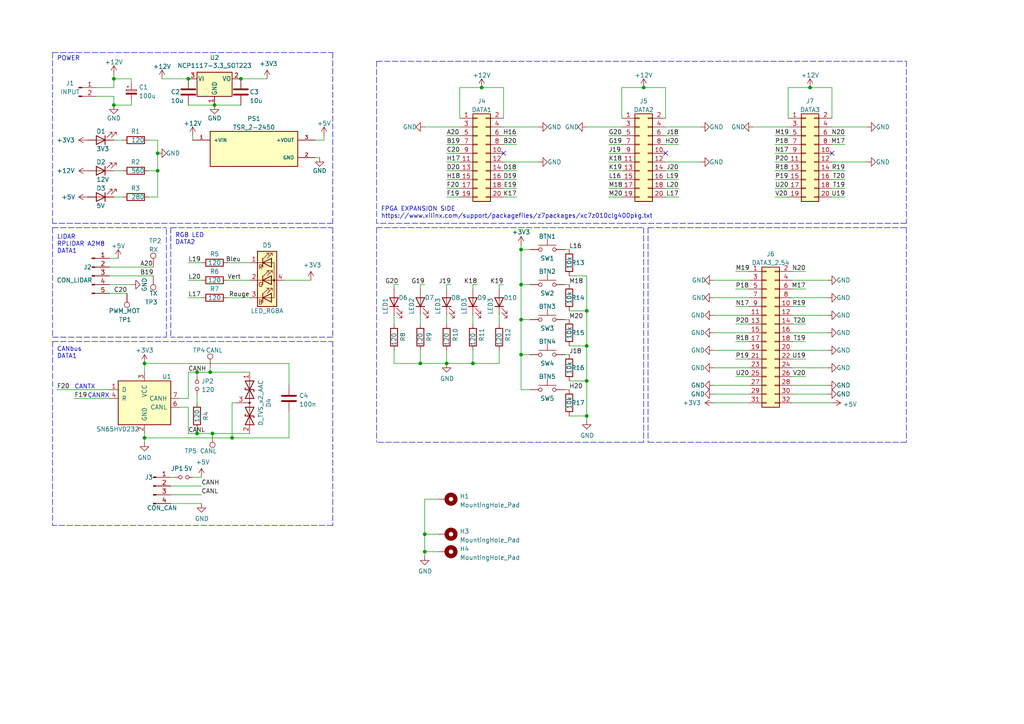
<source format=kicad_sch>
(kicad_sch (version 20211123) (generator eeschema)
  (paper "A4")
  (title_block (title "EBAZ4205 Expansion PCB") (date "2022-06-29") (rev "V1.0"))
  (lib_symbols
    (symbol "AREA_composant:TSR_2-2450" (pin_names (offset 1.016))
      (property "Reference" "PS" (at -12.7 5.588 0))
      (property "Value" "TSR_2-2450" (at -12.7 -7.62 0))
      (symbol "TSR_2-2450_0_0"
        (pin input line (at -17.78 2.54 0) (length 5.08) (name "+VIN") (number "1"))
        (pin power_in line (at 17.78 -2.54 180) (length 5.08) (name "GND") (number "2"))
        (pin output line (at 17.78 2.54 180) (length 5.08) (name "+VOUT") (number "3"))
      )
    )
    (symbol "Connector:Conn_01x02_Male" (pin_names (offset 1.016) hide)
      (property "Reference" "J" (at 0 2.54 0))
      (property "Value" "Conn_01x02_Male" (at 0 -5.08 0))
      (symbol "Conn_01x02_Male_1_1"
        (pin passive line (at 5.08 0 180) (length 3.81) (name "Pin_1") (number "1"))
        (pin passive line (at 5.08 -2.54 180) (length 3.81) (name "Pin_2") (number "2"))
      )
    )
    (symbol "Connector:Conn_01x04_Male" (pin_names (offset 1.016) hide)
      (property "Reference" "J" (at 0 5.08 0))
      (property "Value" "Conn_01x04_Male" (at 0 -7.62 0))
      (symbol "Conn_01x04_Male_1_1"
        (pin passive line (at 5.08 2.54 180) (length 3.81) (name "Pin_1") (number "1"))
        (pin passive line (at 5.08 0 180) (length 3.81) (name "Pin_2") (number "2"))
        (pin passive line (at 5.08 -2.54 180) (length 3.81) (name "Pin_3") (number "3"))
        (pin passive line (at 5.08 -5.08 180) (length 3.81) (name "Pin_4") (number "4"))
      )
    )
    (symbol "Connector:Conn_01x05_Male" (pin_names (offset 1.016) hide)
      (property "Reference" "J" (at 0 7.62 0))
      (property "Value" "Conn_01x05_Male" (at 0 -7.62 0))
      (symbol "Conn_01x05_Male_1_1"
        (pin passive line (at 5.08 5.08 180) (length 3.81) (name "Pin_1") (number "1"))
        (pin passive line (at 5.08 2.54 180) (length 3.81) (name "Pin_2") (number "2"))
        (pin passive line (at 5.08 0 180) (length 3.81) (name "Pin_3") (number "3"))
        (pin passive line (at 5.08 -2.54 180) (length 3.81) (name "Pin_4") (number "4"))
        (pin passive line (at 5.08 -5.08 180) (length 3.81) (name "Pin_5") (number "5"))
      )
    )
    (symbol "Connector:TestPoint" (pin_numbers hide) (pin_names (offset 0.762) hide)
      (property "Reference" "TP" (at 0 6.858 0))
      (property "Value" "TestPoint" (at 0 5.08 0))
      (symbol "TestPoint_1_1"
        (pin passive line (at 0 0 90) (length 2.54) (name "1") (number "1"))
      )
    )
    (symbol "Connector_Generic:Conn_02x10_Odd_Even" (pin_names (offset 1.016) hide)
      (property "Reference" "J" (at 1.27 12.7 0))
      (property "Value" "Conn_02x10_Odd_Even" (at 1.27 -15.24 0))
      (symbol "Conn_02x10_Odd_Even_1_1"
        (pin passive line (at -5.08 10.16 0) (length 3.81) (name "Pin_1") (number "1"))
        (pin passive line (at 7.62 0 180) (length 3.81) (name "Pin_10") (number "10"))
        (pin passive line (at -5.08 -2.54 0) (length 3.81) (name "Pin_11") (number "11"))
        (pin passive line (at 7.62 -2.54 180) (length 3.81) (name "Pin_12") (number "12"))
        (pin passive line (at -5.08 -5.08 0) (length 3.81) (name "Pin_13") (number "13"))
        (pin passive line (at 7.62 -5.08 180) (length 3.81) (name "Pin_14") (number "14"))
        (pin passive line (at -5.08 -7.62 0) (length 3.81) (name "Pin_15") (number "15"))
        (pin passive line (at 7.62 -7.62 180) (length 3.81) (name "Pin_16") (number "16"))
        (pin passive line (at -5.08 -10.16 0) (length 3.81) (name "Pin_17") (number "17"))
        (pin passive line (at 7.62 -10.16 180) (length 3.81) (name "Pin_18") (number "18"))
        (pin passive line (at -5.08 -12.7 0) (length 3.81) (name "Pin_19") (number "19"))
        (pin passive line (at 7.62 10.16 180) (length 3.81) (name "Pin_2") (number "2"))
        (pin passive line (at 7.62 -12.7 180) (length 3.81) (name "Pin_20") (number "20"))
        (pin passive line (at -5.08 7.62 0) (length 3.81) (name "Pin_3") (number "3"))
        (pin passive line (at 7.62 7.62 180) (length 3.81) (name "Pin_4") (number "4"))
        (pin passive line (at -5.08 5.08 0) (length 3.81) (name "Pin_5") (number "5"))
        (pin passive line (at 7.62 5.08 180) (length 3.81) (name "Pin_6") (number "6"))
        (pin passive line (at -5.08 2.54 0) (length 3.81) (name "Pin_7") (number "7"))
        (pin passive line (at 7.62 2.54 180) (length 3.81) (name "Pin_8") (number "8"))
        (pin passive line (at -5.08 0 0) (length 3.81) (name "Pin_9") (number "9"))
      )
    )
    (symbol "Connector_Generic:Conn_02x16_Odd_Even" (pin_names (offset 1.016) hide)
      (property "Reference" "J" (at 1.27 20.32 0))
      (property "Value" "Conn_02x16_Odd_Even" (at 1.27 -22.86 0))
      (symbol "Conn_02x16_Odd_Even_1_1"
        (pin passive line (at -5.08 17.78 0) (length 3.81) (name "Pin_1") (number "1"))
        (pin passive line (at 7.62 7.62 180) (length 3.81) (name "Pin_10") (number "10"))
        (pin passive line (at -5.08 5.08 0) (length 3.81) (name "Pin_11") (number "11"))
        (pin passive line (at 7.62 5.08 180) (length 3.81) (name "Pin_12") (number "12"))
        (pin passive line (at -5.08 2.54 0) (length 3.81) (name "Pin_13") (number "13"))
        (pin passive line (at 7.62 2.54 180) (length 3.81) (name "Pin_14") (number "14"))
        (pin passive line (at -5.08 0 0) (length 3.81) (name "Pin_15") (number "15"))
        (pin passive line (at 7.62 0 180) (length 3.81) (name "Pin_16") (number "16"))
        (pin passive line (at -5.08 -2.54 0) (length 3.81) (name "Pin_17") (number "17"))
        (pin passive line (at 7.62 -2.54 180) (length 3.81) (name "Pin_18") (number "18"))
        (pin passive line (at -5.08 -5.08 0) (length 3.81) (name "Pin_19") (number "19"))
        (pin passive line (at 7.62 17.78 180) (length 3.81) (name "Pin_2") (number "2"))
        (pin passive line (at 7.62 -5.08 180) (length 3.81) (name "Pin_20") (number "20"))
        (pin passive line (at -5.08 -7.62 0) (length 3.81) (name "Pin_21") (number "21"))
        (pin passive line (at 7.62 -7.62 180) (length 3.81) (name "Pin_22") (number "22"))
        (pin passive line (at -5.08 -10.16 0) (length 3.81) (name "Pin_23") (number "23"))
        (pin passive line (at 7.62 -10.16 180) (length 3.81) (name "Pin_24") (number "24"))
        (pin passive line (at -5.08 -12.7 0) (length 3.81) (name "Pin_25") (number "25"))
        (pin passive line (at 7.62 -12.7 180) (length 3.81) (name "Pin_26") (number "26"))
        (pin passive line (at -5.08 -15.24 0) (length 3.81) (name "Pin_27") (number "27"))
        (pin passive line (at 7.62 -15.24 180) (length 3.81) (name "Pin_28") (number "28"))
        (pin passive line (at -5.08 -17.78 0) (length 3.81) (name "Pin_29") (number "29"))
        (pin passive line (at -5.08 15.24 0) (length 3.81) (name "Pin_3") (number "3"))
        (pin passive line (at 7.62 -17.78 180) (length 3.81) (name "Pin_30") (number "30"))
        (pin passive line (at -5.08 -20.32 0) (length 3.81) (name "Pin_31") (number "31"))
        (pin passive line (at 7.62 -20.32 180) (length 3.81) (name "Pin_32") (number "32"))
        (pin passive line (at 7.62 15.24 180) (length 3.81) (name "Pin_4") (number "4"))
        (pin passive line (at -5.08 12.7 0) (length 3.81) (name "Pin_5") (number "5"))
        (pin passive line (at 7.62 12.7 180) (length 3.81) (name "Pin_6") (number "6"))
        (pin passive line (at -5.08 10.16 0) (length 3.81) (name "Pin_7") (number "7"))
        (pin passive line (at 7.62 10.16 180) (length 3.81) (name "Pin_8") (number "8"))
        (pin passive line (at -5.08 7.62 0) (length 3.81) (name "Pin_9") (number "9"))
      )
    )
    (symbol "Device:C" (pin_numbers hide) (pin_names (offset 0.254))
      (property "Reference" "C" (at 0.635 2.54 0))
      (property "Value" "C" (at 0.635 -2.54 0))
      (symbol "C_1_1"
        (pin passive line (at 0 3.81 270) (length 2.794) (name "~") (number "1"))
        (pin passive line (at 0 -3.81 90) (length 2.794) (name "~") (number "2"))
      )
    )
    (symbol "Device:C_Polarized_Small" (pin_numbers hide) (pin_names (offset 0.254) hide)
      (property "Reference" "C" (at 0.254 1.778 0))
      (property "Value" "C_Polarized_Small" (at 0.254 -2.032 0))
      (symbol "C_Polarized_Small_1_1"
        (pin passive line (at 0 2.54 270) (length 1.8542) (name "~") (number "1"))
        (pin passive line (at 0 -2.54 90) (length 1.8542) (name "~") (number "2"))
      )
    )
    (symbol "Device:D_TVS_x2_AAC" (pin_names (offset 1.016) hide)
      (property "Reference" "D" (at 0 4.445 0))
      (property "Value" "Device_D_TVS_x2_AAC" (at 0 2.54 0))
      (symbol "D_TVS_x2_AAC_1_1"
        (pin passive line (at -8.89 0 0) (length 2.54) (name "A1") (number "1"))
        (pin passive line (at 8.89 0 180) (length 2.54) (name "A2") (number "2"))
        (pin input line (at 0 -3.81 90) (length 2.54) (name "common") (number "3"))
      )
    )
    (symbol "Device:Jumper_NO_Small" (pin_numbers hide) (pin_names (offset 0.762) hide)
      (property "Reference" "JP" (at 0 2.032 0))
      (property "Value" "Device_Jumper_NO_Small" (at 0.254 -1.524 0))
      (symbol "Jumper_NO_Small_0_1"
        (pin passive line (at -2.54 0 0) (length 1.016) (name "1") (number "1"))
        (pin passive line (at 2.54 0 180) (length 1.016) (name "2") (number "2"))
      )
    )
    (symbol "Device:LED" (pin_numbers hide) (pin_names (offset 1.016) hide)
      (property "Reference" "D" (at 0 2.54 0))
      (property "Value" "LED" (at 0 -2.54 0))
      (symbol "LED_1_1"
        (pin passive line (at -3.81 0 0) (length 2.54) (name "K") (number "1"))
        (pin passive line (at 3.81 0 180) (length 2.54) (name "A") (number "2"))
      )
    )
    (symbol "Device:LED_RGBA" (pin_names (offset 0) hide)
      (property "Reference" "D" (at 0 9.398 0))
      (property "Value" "LED_RGBA" (at 0 -8.89 0))
      (symbol "LED_RGBA_0_0"
        (text "B" (at -1.905 -6.35 0) (effects (font (size 1.27 1.27))))
        (text "G" (at -1.905 -1.27 0) (effects (font (size 1.27 1.27))))
        (text "R" (at -1.905 3.81 0) (effects (font (size 1.27 1.27))))
      )
      (symbol "LED_RGBA_1_1"
        (pin passive line (at -5.08 5.08 0) (length 2.54) (name "RK") (number "1"))
        (pin passive line (at -5.08 0 0) (length 2.54) (name "GK") (number "2"))
        (pin passive line (at -5.08 -5.08 0) (length 2.54) (name "BK") (number "3"))
        (pin passive line (at 5.08 0 180) (length 2.54) (name "A") (number "4"))
      )
    )
    (symbol "Device:R" (pin_numbers hide) (pin_names (offset 0))
      (property "Reference" "R" (at 2.032 0 90))
      (property "Value" "R" (at 0 0 90))
      (symbol "R_1_1"
        (pin passive line (at 0 3.81 270) (length 1.27) (name "~") (number "1"))
        (pin passive line (at 0 -3.81 90) (length 1.27) (name "~") (number "2"))
      )
    )
    (symbol "Interface_CAN_LIN:SN65HVD232" (pin_names (offset 1.016))
      (property "Reference" "U" (at -2.54 10.16 0))
      (property "Value" "SN65HVD232" (at -2.54 7.62 0))
      (symbol "SN65HVD232_1_1"
        (pin input line (at -10.16 2.54 0) (length 2.54) (name "D") (number "1"))
        (pin power_in line (at 0 -10.16 90) (length 2.54) (name "GND") (number "2"))
        (pin power_in line (at 0 7.62 270) (length 2.54) (name "VCC") (number "3"))
        (pin output line (at -10.16 0 0) (length 2.54) (name "R") (number "4"))
        (pin no_connect line (at -10.16 -2.54 0) (length 2.54) hide (name "NC") (number "5"))
        (pin bidirectional line (at 10.16 -2.54 180) (length 2.54) (name "CANL") (number "6"))
        (pin bidirectional line (at 10.16 0 180) (length 2.54) (name "CANH") (number "7"))
        (pin no_connect line (at -10.16 -5.08 0) (length 2.54) hide (name "NC") (number "8"))
      )
    )
    (symbol "Mechanical:MountingHole_Pad" (pin_numbers hide) (pin_names (offset 1.016) hide)
      (property "Reference" "H" (at 0 6.35 0))
      (property "Value" "MountingHole_Pad" (at 0 4.445 0))
      (symbol "MountingHole_Pad_1_1"
        (pin input line (at 0 -2.54 90) (length 2.54) (name "1") (number "1"))
      )
    )
    (symbol "Regulator_Linear:NCP1117-3.3_SOT223" (pin_names (offset 0.254))
      (property "Reference" "U" (at -3.81 3.175 0))
      (property "Value" "NCP1117-3.3_SOT223" (at 0 3.175 0))
      (symbol "NCP1117-3.3_SOT223_1_1"
        (pin power_in line (at 0 -7.62 90) (length 2.54) (name "GND") (number "1"))
        (pin power_out line (at 7.62 0 180) (length 2.54) (name "VO") (number "2"))
        (pin power_in line (at -7.62 0 0) (length 2.54) (name "VI") (number "3"))
      )
    )
    (symbol "Switch:SW_Push" (pin_numbers hide) (pin_names (offset 1.016) hide)
      (property "Reference" "SW" (at 1.27 2.54 0))
      (property "Value" "SW_Push" (at 0 -1.524 0))
      (symbol "SW_Push_0_1"
        (pin passive line (at -5.08 0 0) (length 2.54) (name "1") (number "1"))
        (pin passive line (at 5.08 0 180) (length 2.54) (name "2") (number "2"))
      )
    )
    (symbol "power:+12V" (power) (pin_names (offset 0))
      (property "Value" "+12V" (at 0 3.556 0))
      (symbol "+12V_1_1"
        (pin power_in line (at 0 0 90) (length 0) hide (name "+12V") (number "1"))
      )
    )
    (symbol "power:+3.3V" (power) (pin_names (offset 0))
      (property "Value" "+3.3V" (at 0 3.556 0))
      (symbol "+3.3V_1_1"
        (pin power_in line (at 0 0 90) (length 0) hide (name "+3V3") (number "1"))
      )
    )
    (symbol "power:+5V" (power) (pin_names (offset 0))
      (property "Value" "+5V" (at 0 3.556 0))
      (symbol "+5V_1_1"
        (pin power_in line (at 0 0 90) (length 0) hide (name "+5V") (number "1"))
      )
    )
    (symbol "power:GND" (power) (pin_names (offset 0))
      (property "Value" "GND" (at 0 -3.81 0))
      (symbol "GND_1_1"
        (pin power_in line (at 0 0 270) (length 0) hide (name "GND") (number "1"))
      )
    )
  )
  (junction (at 45.72 49.53))
  (junction (at 123.19 160.02))
  (junction (at 60.96 107.95))
  (junction (at 41.91 105.41))
  (junction (at 33.02 30.48))
  (junction (at 151.13 72.39))
  (junction (at 234.95 25.4))
  (junction (at 69.85 22.86))
  (junction (at 54.61 22.86))
  (junction (at 123.19 154.94))
  (junction (at 186.69 25.4))
  (junction (at 61.6273 125.73))
  (junction (at 170.18 90.17))
  (junction (at 67.31 127))
  (junction (at 62.23 30.48))
  (junction (at 33.02 22.86))
  (junction (at 151.13 82.55))
  (junction (at 129.54 105.41))
  (junction (at 170.18 110.49))
  (junction (at 151.13 102.87))
  (junction (at 170.18 100.33))
  (junction (at 139.7 25.4))
  (junction (at 121.92 105.41))
  (junction (at 41.91 127))
  (junction (at 57.15 125.73))
  (junction (at 151.13 92.71))
  (junction (at 57.15 107.95))
  (junction (at 45.72 44.45))
  (junction (at 137.16 105.41))
  (junction (at 170.18 120.65))
  (no_connect (at 146.05 44.45))
  (no_connect (at 193.04 44.45))
  (no_connect (at 241.3 44.45))
  (wire (pts (xy 224.79 44.45) (xy 228.6 44.45)))
  (wire (pts (xy 49.53 138.43) (xy 50.8 138.43)))
  (wire (pts (xy 146.05 49.53) (xy 149.86 49.53)))
  (wire (pts (xy 163.83 82.55) (xy 165.1 82.55)))
  (wire (pts (xy 213.36 88.9) (xy 217.17 88.9)))
  (wire (pts (xy 43.18 57.15) (xy 45.72 57.15)))
  (wire (pts (xy 121.92 83.82) (xy 121.92 82.55)))
  (wire (pts (xy 165.1 120.65) (xy 170.18 120.65)))
  (wire (pts (xy 217.17 96.52) (xy 207.01 96.52)))
  (wire (pts (xy 170.18 80.01) (xy 165.1 80.01)))
  (wire (pts (xy 207.01 81.28) (xy 217.17 81.28)))
  (polyline (pts (xy 109.22 66.04) (xy 186.69 66.04)))
  (wire (pts (xy 193.04 57.15) (xy 196.85 57.15)))
  (wire (pts (xy 49.53 143.51) (xy 58.42 143.51)))
  (wire (pts (xy 213.36 99.06) (xy 217.17 99.06)))
  (wire (pts (xy 165.1 100.33) (xy 170.18 100.33)))
  (wire (pts (xy 151.13 92.71) (xy 151.13 102.87)))
  (wire (pts (xy 129.54 105.41) (xy 129.54 101.6)))
  (polyline (pts (xy 96.52 97.79) (xy 49.53 97.79)))
  (wire (pts (xy 233.68 109.22) (xy 229.87 109.22)))
  (polyline (pts (xy 49.53 66.04) (xy 49.53 97.79)))
  (wire (pts (xy 176.53 39.37) (xy 180.34 39.37)))
  (wire (pts (xy 114.3 82.55) (xy 115.57 82.55)))
  (wire (pts (xy 229.87 104.14) (xy 233.68 104.14)))
  (wire (pts (xy 144.78 91.44) (xy 144.78 93.98)))
  (polyline (pts (xy 187.96 66.04) (xy 187.96 128.27)))
  (wire (pts (xy 61.6273 125.73) (xy 72.39 125.73)))
  (wire (pts (xy 151.13 92.71) (xy 153.67 92.71)))
  (wire (pts (xy 55.88 138.43) (xy 58.42 138.43)))
  (wire (pts (xy 38.1 22.86) (xy 38.1 24.13)))
  (wire (pts (xy 129.54 52.07) (xy 133.35 52.07)))
  (polyline (pts (xy 15.24 15.24) (xy 96.52 15.24)))
  (wire (pts (xy 213.36 78.74) (xy 217.17 78.74)))
  (wire (pts (xy 123.19 144.78) (xy 123.19 154.94)))
  (wire (pts (xy 229.87 96.52) (xy 240.03 96.52)))
  (wire (pts (xy 170.18 120.65) (xy 170.18 110.49)))
  (wire (pts (xy 33.02 40.64) (xy 35.56 40.64)))
  (wire (pts (xy 127 144.78) (xy 123.19 144.78)))
  (wire (pts (xy 93.98 39.37) (xy 93.98 40.64)))
  (wire (pts (xy 67.31 116.84) (xy 67.31 127)))
  (wire (pts (xy 54.61 118.11) (xy 54.61 125.73)))
  (wire (pts (xy 57.15 124.46) (xy 57.15 125.73)))
  (wire (pts (xy 146.05 54.61) (xy 149.86 54.61)))
  (wire (pts (xy 123.19 36.83) (xy 133.35 36.83)))
  (wire (pts (xy 45.72 40.64) (xy 43.18 40.64)))
  (polyline (pts (xy 186.69 128.27) (xy 109.22 128.27)))
  (wire (pts (xy 33.02 22.86) (xy 38.1 22.86)))
  (wire (pts (xy 43.18 49.53) (xy 45.72 49.53)))
  (wire (pts (xy 207.01 86.36) (xy 217.17 86.36)))
  (polyline (pts (xy 48.26 97.79) (xy 48.26 66.04)))
  (wire (pts (xy 176.53 57.15) (xy 180.34 57.15)))
  (wire (pts (xy 241.3 41.91) (xy 245.11 41.91)))
  (wire (pts (xy 224.79 57.15) (xy 228.6 57.15)))
  (wire (pts (xy 213.36 83.82) (xy 217.17 83.82)))
  (polyline (pts (xy 15.24 15.24) (xy 15.24 64.77)))
  (wire (pts (xy 213.36 104.14) (xy 217.17 104.14)))
  (wire (pts (xy 146.05 46.99) (xy 156.21 46.99)))
  (wire (pts (xy 229.87 91.44) (xy 240.03 91.44)))
  (wire (pts (xy 45.72 57.15) (xy 45.72 49.53)))
  (wire (pts (xy 151.13 113.03) (xy 153.67 113.03)))
  (wire (pts (xy 137.16 105.41) (xy 137.16 101.6)))
  (wire (pts (xy 57.15 114.3) (xy 57.15 116.84)))
  (wire (pts (xy 66.04 76.2) (xy 72.39 76.2)))
  (wire (pts (xy 144.78 83.82) (xy 144.78 82.55)))
  (wire (pts (xy 163.83 72.39) (xy 165.1 72.39)))
  (wire (pts (xy 229.87 99.06) (xy 233.68 99.06)))
  (wire (pts (xy 163.83 92.71) (xy 165.1 92.71)))
  (wire (pts (xy 229.87 116.84) (xy 241.3 116.84)))
  (polyline (pts (xy 109.22 66.04) (xy 109.22 128.27)))
  (wire (pts (xy 170.18 121.92) (xy 170.18 120.65)))
  (polyline (pts (xy 96.52 99.06) (xy 96.52 152.4)))
  (polyline (pts (xy 15.24 99.06) (xy 15.24 152.4)))
  (wire (pts (xy 83.82 111.76) (xy 83.82 105.41)))
  (wire (pts (xy 146.05 52.07) (xy 149.86 52.07)))
  (wire (pts (xy 241.3 36.83) (xy 251.46 36.83)))
  (wire (pts (xy 83.82 119.38) (xy 83.82 127)))
  (wire (pts (xy 69.85 22.86) (xy 77.47 22.86)))
  (wire (pts (xy 129.54 105.41) (xy 121.92 105.41)))
  (wire (pts (xy 228.6 34.29) (xy 228.6 25.4)))
  (wire (pts (xy 67.31 127) (xy 41.91 127)))
  (wire (pts (xy 207.01 116.84) (xy 217.17 116.84)))
  (wire (pts (xy 224.79 39.37) (xy 228.6 39.37)))
  (wire (pts (xy 114.3 105.41) (xy 121.92 105.41)))
  (wire (pts (xy 41.91 105.41) (xy 41.91 107.95)))
  (wire (pts (xy 91.44 40.64) (xy 93.98 40.64)))
  (wire (pts (xy 16.51 113.03) (xy 31.75 113.03)))
  (wire (pts (xy 38.1 30.48) (xy 38.1 29.21)))
  (polyline (pts (xy 262.89 64.77) (xy 109.22 64.77)))
  (wire (pts (xy 229.87 83.82) (xy 233.68 83.82)))
  (wire (pts (xy 193.04 52.07) (xy 196.85 52.07)))
  (wire (pts (xy 49.53 146.05) (xy 58.42 146.05)))
  (wire (pts (xy 57.15 107.95) (xy 57.15 109.22)))
  (wire (pts (xy 151.13 71.12) (xy 151.13 72.39)))
  (wire (pts (xy 229.87 78.74) (xy 233.68 78.74)))
  (wire (pts (xy 224.79 46.99) (xy 228.6 46.99)))
  (wire (pts (xy 241.3 52.07) (xy 245.11 52.07)))
  (wire (pts (xy 27.94 27.94) (xy 33.02 27.94)))
  (wire (pts (xy 133.35 34.29) (xy 133.35 25.4)))
  (wire (pts (xy 229.87 101.6) (xy 240.03 101.6)))
  (wire (pts (xy 217.17 106.68) (xy 207.01 106.68)))
  (wire (pts (xy 31.75 74.93) (xy 34.29 74.93)))
  (polyline (pts (xy 96.52 152.4) (xy 15.24 152.4)))
  (wire (pts (xy 137.16 91.44) (xy 137.16 93.98)))
  (wire (pts (xy 213.36 93.98) (xy 217.17 93.98)))
  (wire (pts (xy 54.61 30.48) (xy 62.23 30.48)))
  (polyline (pts (xy 96.52 64.77) (xy 15.24 64.77)))
  (wire (pts (xy 41.91 127) (xy 41.91 128.27)))
  (wire (pts (xy 33.02 30.48) (xy 38.1 30.48)))
  (wire (pts (xy 218.44 36.83) (xy 228.6 36.83)))
  (wire (pts (xy 67.31 127) (xy 83.82 127)))
  (wire (pts (xy 146.05 34.29) (xy 146.05 25.4)))
  (wire (pts (xy 241.3 46.99) (xy 251.46 46.99)))
  (wire (pts (xy 224.79 41.91) (xy 228.6 41.91)))
  (wire (pts (xy 62.23 30.48) (xy 69.85 30.48)))
  (wire (pts (xy 241.3 34.29) (xy 241.3 25.4)))
  (wire (pts (xy 176.53 52.07) (xy 180.34 52.07)))
  (wire (pts (xy 27.94 25.4) (xy 33.02 25.4)))
  (wire (pts (xy 54.61 115.57) (xy 54.61 107.95)))
  (wire (pts (xy 165.1 90.17) (xy 170.18 90.17)))
  (polyline (pts (xy 15.24 66.04) (xy 15.24 97.79)))
  (wire (pts (xy 54.61 81.28) (xy 58.42 81.28)))
  (wire (pts (xy 33.02 22.86) (xy 33.02 21.59)))
  (wire (pts (xy 31.75 82.55) (xy 38.1 82.55)))
  (polyline (pts (xy 96.52 66.04) (xy 96.52 97.79)))
  (wire (pts (xy 49.53 140.97) (xy 58.42 140.97)))
  (wire (pts (xy 176.53 44.45) (xy 180.34 44.45)))
  (polyline (pts (xy 109.22 17.78) (xy 109.22 64.77)))
  (wire (pts (xy 91.44 45.72) (xy 92.71 45.72)))
  (wire (pts (xy 67.31 116.84) (xy 68.58 116.84)))
  (polyline (pts (xy 187.96 66.04) (xy 262.89 66.04)))
  (wire (pts (xy 121.92 91.44) (xy 121.92 93.98)))
  (polyline (pts (xy 262.89 66.04) (xy 262.89 128.27)))
  (wire (pts (xy 54.61 125.73) (xy 57.15 125.73)))
  (wire (pts (xy 129.54 39.37) (xy 133.35 39.37)))
  (wire (pts (xy 193.04 36.83) (xy 203.2 36.83)))
  (wire (pts (xy 229.87 81.28) (xy 240.03 81.28)))
  (wire (pts (xy 114.3 101.6) (xy 114.3 105.41)))
  (wire (pts (xy 228.6 25.4) (xy 234.95 25.4)))
  (wire (pts (xy 129.54 54.61) (xy 133.35 54.61)))
  (wire (pts (xy 193.04 25.4) (xy 186.69 25.4)))
  (polyline (pts (xy 15.24 66.04) (xy 48.26 66.04)))
  (wire (pts (xy 137.16 83.82) (xy 137.16 82.55)))
  (wire (pts (xy 33.02 57.15) (xy 35.56 57.15)))
  (wire (pts (xy 170.18 36.83) (xy 180.34 36.83)))
  (wire (pts (xy 31.75 80.01) (xy 44.45 80.01)))
  (wire (pts (xy 144.78 105.41) (xy 144.78 101.6)))
  (wire (pts (xy 217.17 91.44) (xy 207.01 91.44)))
  (wire (pts (xy 163.83 102.87) (xy 165.1 102.87)))
  (wire (pts (xy 137.16 105.41) (xy 144.78 105.41)))
  (wire (pts (xy 52.07 118.11) (xy 54.61 118.11)))
  (wire (pts (xy 129.54 82.55) (xy 130.81 82.55)))
  (wire (pts (xy 21.59 115.57) (xy 31.75 115.57)))
  (wire (pts (xy 217.17 114.3) (xy 207.01 114.3)))
  (wire (pts (xy 176.53 54.61) (xy 180.34 54.61)))
  (wire (pts (xy 33.02 49.53) (xy 35.56 49.53)))
  (wire (pts (xy 224.79 54.61) (xy 228.6 54.61)))
  (wire (pts (xy 57.15 125.73) (xy 61.6273 125.73)))
  (wire (pts (xy 129.54 46.99) (xy 133.35 46.99)))
  (wire (pts (xy 229.87 93.98) (xy 233.68 93.98)))
  (wire (pts (xy 133.35 25.4) (xy 139.7 25.4)))
  (wire (pts (xy 121.92 82.55) (xy 123.19 82.55)))
  (wire (pts (xy 229.87 86.36) (xy 240.03 86.36)))
  (wire (pts (xy 137.16 82.55) (xy 138.43 82.55)))
  (wire (pts (xy 146.05 25.4) (xy 139.7 25.4)))
  (wire (pts (xy 123.19 160.02) (xy 127 160.02)))
  (wire (pts (xy 151.13 102.87) (xy 153.67 102.87)))
  (wire (pts (xy 121.92 101.6) (xy 121.92 105.41)))
  (wire (pts (xy 151.13 102.87) (xy 151.13 113.03)))
  (wire (pts (xy 129.54 49.53) (xy 133.35 49.53)))
  (wire (pts (xy 123.19 154.94) (xy 123.19 160.02)))
  (wire (pts (xy 229.87 111.76) (xy 240.03 111.76)))
  (wire (pts (xy 114.3 83.82) (xy 114.3 82.55)))
  (wire (pts (xy 54.61 86.36) (xy 58.42 86.36)))
  (wire (pts (xy 170.18 110.49) (xy 170.18 100.33)))
  (wire (pts (xy 54.61 76.2) (xy 58.42 76.2)))
  (wire (pts (xy 45.72 49.53) (xy 45.72 44.45)))
  (wire (pts (xy 176.53 46.99) (xy 180.34 46.99)))
  (wire (pts (xy 229.87 106.68) (xy 240.03 106.68)))
  (wire (pts (xy 241.3 49.53) (xy 245.11 49.53)))
  (wire (pts (xy 146.05 57.15) (xy 149.86 57.15)))
  (wire (pts (xy 129.54 41.91) (xy 133.35 41.91)))
  (wire (pts (xy 165.1 110.49) (xy 170.18 110.49)))
  (wire (pts (xy 146.05 39.37) (xy 149.86 39.37)))
  (wire (pts (xy 224.79 49.53) (xy 228.6 49.53)))
  (wire (pts (xy 57.15 107.95) (xy 60.96 107.95)))
  (wire (pts (xy 31.75 77.47) (xy 44.45 77.47)))
  (wire (pts (xy 170.18 90.17) (xy 170.18 80.01)))
  (wire (pts (xy 146.05 36.83) (xy 156.21 36.83)))
  (wire (pts (xy 46.99 22.86) (xy 54.61 22.86)))
  (wire (pts (xy 45.72 44.45) (xy 45.72 40.64)))
  (wire (pts (xy 144.78 82.55) (xy 146.05 82.55)))
  (wire (pts (xy 241.3 39.37) (xy 245.11 39.37)))
  (polyline (pts (xy 49.53 66.04) (xy 96.52 66.04)))
  (wire (pts (xy 193.04 46.99) (xy 203.2 46.99)))
  (polyline (pts (xy 96.52 15.24) (xy 96.52 64.77)))
  (polyline (pts (xy 15.24 97.79) (xy 48.26 97.79)))
  (wire (pts (xy 180.34 34.29) (xy 180.34 25.4)))
  (wire (pts (xy 54.61 107.95) (xy 57.15 107.95)))
  (wire (pts (xy 114.3 91.44) (xy 114.3 93.98)))
  (wire (pts (xy 60.96 106.68) (xy 60.96 107.95)))
  (wire (pts (xy 129.54 44.45) (xy 133.35 44.45)))
  (wire (pts (xy 180.34 25.4) (xy 186.69 25.4)))
  (wire (pts (xy 33.02 22.86) (xy 33.02 25.4)))
  (wire (pts (xy 213.36 109.22) (xy 217.17 109.22)))
  (wire (pts (xy 82.55 81.28) (xy 90.17 81.28)))
  (polyline (pts (xy 262.89 128.27) (xy 187.96 128.27)))
  (wire (pts (xy 129.54 57.15) (xy 133.35 57.15)))
  (wire (pts (xy 52.07 115.57) (xy 54.61 115.57)))
  (wire (pts (xy 176.53 49.53) (xy 180.34 49.53)))
  (wire (pts (xy 241.3 54.61) (xy 245.11 54.61)))
  (wire (pts (xy 66.04 81.28) (xy 72.39 81.28)))
  (wire (pts (xy 193.04 34.29) (xy 193.04 25.4)))
  (wire (pts (xy 123.19 154.94) (xy 127 154.94)))
  (wire (pts (xy 217.17 101.6) (xy 207.01 101.6)))
  (wire (pts (xy 55.88 39.37) (xy 55.88 40.64)))
  (wire (pts (xy 33.02 27.94) (xy 33.02 30.48)))
  (polyline (pts (xy 262.89 17.78) (xy 262.89 64.77)))
  (wire (pts (xy 193.04 54.61) (xy 196.85 54.61)))
  (wire (pts (xy 151.13 82.55) (xy 153.67 82.55)))
  (wire (pts (xy 129.54 83.82) (xy 129.54 82.55)))
  (wire (pts (xy 193.04 41.91) (xy 196.85 41.91)))
  (wire (pts (xy 229.87 88.9) (xy 233.68 88.9)))
  (wire (pts (xy 60.96 107.95) (xy 72.39 107.95)))
  (wire (pts (xy 217.17 111.76) (xy 207.01 111.76)))
  (wire (pts (xy 151.13 82.55) (xy 151.13 92.71)))
  (wire (pts (xy 193.04 49.53) (xy 196.85 49.53)))
  (wire (pts (xy 163.83 113.03) (xy 165.1 113.03)))
  (wire (pts (xy 129.54 91.44) (xy 129.54 93.98)))
  (wire (pts (xy 151.13 72.39) (xy 153.67 72.39)))
  (wire (pts (xy 241.3 25.4) (xy 234.95 25.4)))
  (polyline (pts (xy 15.24 99.06) (xy 96.52 99.06)))
  (wire (pts (xy 193.04 39.37) (xy 196.85 39.37)))
  (wire (pts (xy 224.79 52.07) (xy 228.6 52.07)))
  (wire (pts (xy 31.75 85.09) (xy 36.83 85.09)))
  (wire (pts (xy 229.87 114.3) (xy 240.03 114.3)))
  (wire (pts (xy 241.3 57.15) (xy 245.11 57.15)))
  (wire (pts (xy 123.19 161.29) (xy 123.19 160.02)))
  (wire (pts (xy 83.82 105.41) (xy 41.91 105.41)))
  (wire (pts (xy 170.18 100.33) (xy 170.18 90.17)))
  (wire (pts (xy 129.54 105.41) (xy 137.16 105.41)))
  (polyline (pts (xy 109.22 17.78) (xy 262.89 17.78)))
  (wire (pts (xy 146.05 41.91) (xy 149.86 41.91)))
  (polyline (pts (xy 186.69 66.04) (xy 186.69 128.27)))
  (wire (pts (xy 41.91 125.73) (xy 41.91 127)))
  (wire (pts (xy 66.04 86.36) (xy 72.39 86.36)))
  (wire (pts (xy 151.13 72.39) (xy 151.13 82.55)))
  (wire (pts (xy 176.53 41.91) (xy 180.34 41.91)))
  (text "CANbus\nDATA1" (at 16.51 104.14 0) (effects (font (size 1.27 1.27)) (justify left bottom)))
  (text "LIDAR\nRPLIDAR A2M8\nDATA1" (at 16.51 73.66 0) (effects (font (size 1.27 1.27)) (justify left bottom)))
  (text "CANRX" (at 25.4 115.57 0) (effects (font (size 1.27 1.27)) (justify left bottom)))
  (text "CANTX\n" (at 21.59 113.03 0) (effects (font (size 1.27 1.27)) (justify left bottom)))
  (text "FPGA EXPANSION SIDE\nhttps://www.xilinx.com/support/packagefiles/z7packages/xc7z010clg400pkg.txt" (at 110.49 63.5 0) (effects (font (size 1.27 1.27)) (justify left bottom)))
  (text "POWER" (at 16.51 17.78 0) (effects (font (size 1.27 1.27)) (justify left bottom)))
  (text "RGB LED\nDATA2" (at 50.8 71.12 0) (effects (font (size 1.27 1.27)) (justify left bottom)))
  (label "M19" (at 224.79 39.37 0))
  (label "M20" (at 176.53 57.15 0))
  (label "C20" (at 129.54 44.45 0))
  (label "Rouge" (at 72.39 86.36 180))
  (label "U20" (at 224.79 54.61 0))
  (label "B19" (at 40.64 80.01 0))
  (label "L16" (at 165.1 72.39 0))
  (label "H18" (at 129.54 52.07 0))
  (label "D18" (at 149.86 49.53 180))
  (label "L17" (at 196.85 57.15 180))
  (label "V20" (at 224.79 57.15 0))
  (label "B19" (at 129.54 41.91 0))
  (label "J20" (at 196.85 49.53 180))
  (label "J18" (at 196.85 39.37 180))
  (label "U20" (at 213.36 109.22 0))
  (label "H17" (at 129.54 46.99 0))
  (label "G19" (at 176.53 41.91 0))
  (label "D20" (at 129.54 49.53 0))
  (label "K18" (at 138.43 82.55 180))
  (label "Bleu" (at 69.85 76.2 180))
  (label "N17" (at 224.79 44.45 0))
  (label "M18" (at 165.1 82.55 0))
  (label "CANL" (at 58.42 143.51 0))
  (label "L17" (at 54.61 86.36 0))
  (label "J18" (at 165.1 102.87 0))
  (label "R19" (at 233.68 88.9 180))
  (label "F20" (at 129.54 54.61 0))
  (label "CANL" (at 54.61 125.73 0))
  (label "R18" (at 213.36 99.06 0))
  (label "P18" (at 213.36 83.82 0))
  (label "M17" (at 233.68 83.82 180))
  (label "M17" (at 245.11 41.91 180))
  (label "L19" (at 54.61 76.2 0))
  (label "P19" (at 224.79 52.07 0))
  (label "K19" (at 176.53 49.53 0))
  (label "N17" (at 213.36 88.9 0))
  (label "P20" (at 213.36 93.98 0))
  (label "U19" (at 245.11 57.15 180))
  (label "C20" (at 33.02 85.09 0))
  (label "E19" (at 149.86 54.61 180))
  (label "J19" (at 130.81 82.55 180))
  (label "M18" (at 176.53 54.61 0))
  (label "M19" (at 213.36 78.74 0))
  (label "M20" (at 165.1 92.71 0))
  (label "R18" (at 224.79 49.53 0))
  (label "F20" (at 16.51 113.03 0))
  (label "L20" (at 196.85 54.61 180))
  (label "P20" (at 224.79 46.99 0))
  (label "B20" (at 149.86 41.91 180))
  (label "G19" (at 123.19 82.55 180))
  (label "P19" (at 213.36 104.14 0))
  (label "H20" (at 196.85 41.91 180))
  (label "U19" (at 233.68 104.14 180))
  (label "T20" (at 245.11 52.07 180))
  (label "T19" (at 245.11 54.61 180))
  (label "CANH" (at 54.61 107.95 0))
  (label "A20" (at 129.54 39.37 0))
  (label "L16" (at 176.53 52.07 0))
  (label "P18" (at 224.79 41.91 0))
  (label "Vert" (at 69.85 81.28 180))
  (label "F19" (at 129.54 57.15 0))
  (label "G20" (at 115.57 82.55 180))
  (label "CANH" (at 58.42 140.97 0))
  (label "R19" (at 245.11 49.53 180))
  (label "A20" (at 40.64 77.47 0))
  (label "L19" (at 196.85 52.07 180))
  (label "T20" (at 233.68 93.98 180))
  (label "K19" (at 146.05 82.55 180))
  (label "N20" (at 233.68 78.74 180))
  (label "N20" (at 245.11 39.37 180))
  (label "L20" (at 54.61 81.28 0))
  (label "F19" (at 21.59 115.57 0))
  (label "K18" (at 176.53 46.99 0))
  (label "H16" (at 149.86 39.37 180))
  (label "H20" (at 165.1 113.03 0))
  (label "V20" (at 233.68 109.22 180))
  (label "G20" (at 176.53 39.37 0))
  (label "K17" (at 149.86 57.15 180))
  (label "D19" (at 149.86 52.07 180))
  (label "T19" (at 233.68 99.06 180))
  (label "J19" (at 176.53 44.45 0))
  (symbol (lib_id "Device:R") (at 165.1 76.2 180) (unit 1)
    (property "Reference" "R13" (at 167.64 76.2 0))
    (property "Value" "10k" (at 165.1 76.2 90))
    (property "Footprint" "Resistor_SMD:R_0805_2012Metric_Pad1.20x1.40mm_HandSolder" (effects hide))
  )
  (symbol (lib_id "power:GND") (at 251.46 36.83 90) (unit 1)
    (property "Reference" "#PWR051" (effects hide))
    (property "Value" "GND" (at 254 36.83 90) (effects (justify right)))
  )
  (symbol (lib_id "power:GND") (at 62.23 30.48 0) (unit 1)
    (property "Reference" "#PWR015" (effects hide))
    (property "Value" "GND" (at 62.23 34.29 0))
  )
  (symbol (lib_id "power:GND") (at 240.03 81.28 90) (unit 1)
    (property "Reference" "#PWR042" (effects hide))
    (property "Value" "GND" (at 242.57 81.28 90) (effects (justify right)))
  )
  (symbol (lib_id "power:GND") (at 207.01 111.76 270) (unit 1)
    (property "Reference" "#PWR037" (effects hide))
    (property "Value" "GND" (at 204.47 111.76 90) (effects (justify right)))
  )
  (symbol (lib_id "power:GND") (at 207.01 114.3 270) (unit 1)
    (property "Reference" "#PWR038" (effects hide))
    (property "Value" "GND" (at 204.47 114.3 90) (effects (justify right)))
  )
  (symbol (lib_id "power:GND") (at 170.18 36.83 270) (unit 1)
    (property "Reference" "#PWR026" (effects hide))
    (property "Value" "GND" (at 163.83 36.83 90) (effects (justify left)))
  )
  (symbol (lib_id "power:GND") (at 38.1 82.55 90) (unit 1)
    (property "Reference" "#PWR07" (effects hide))
    (property "Value" "GND" (at 41.91 82.55 0))
  )
  (symbol (lib_id "Device:R") (at 121.92 97.79 0) (unit 1)
    (property "Reference" "R9" (at 124.46 99.06 90) (effects (justify left)))
    (property "Value" "120" (at 121.92 100.33 90) (effects (justify left)))
    (property "Footprint" "Resistor_SMD:R_0805_2012Metric_Pad1.20x1.40mm_HandSolder" (effects hide))
  )
  (symbol (lib_id "power:GND") (at 240.03 101.6 90) (unit 1)
    (property "Reference" "#PWR046" (effects hide))
    (property "Value" "GND" (at 242.57 101.6 90) (effects (justify right)))
  )
  (symbol (lib_id "Device:C") (at 69.85 26.67 180) (unit 1)
    (property "Reference" "C3" (at 72.39 26.67 0) (effects (justify right)))
    (property "Value" "10u" (at 72.39 29.21 0) (effects (justify right)))
    (property "Footprint" "Capacitor_SMD:C_0805_2012Metric_Pad1.18x1.45mm_HandSolder" (effects hide))
  )
  (symbol (lib_id "power:+12V") (at 55.88 39.37 0) (unit 1)
    (property "Reference" "#PWR012" (effects hide))
    (property "Value" "+12V" (at 55.88 35.7942 0))
  )
  (symbol (lib_id "power:+12V") (at 234.95 25.4 0) (unit 1)
    (property "Reference" "#PWR041" (effects hide))
    (property "Value" "+12V" (at 234.95 21.8242 0))
  )
  (symbol (lib_id "power:GND") (at 240.03 86.36 90) (unit 1)
    (property "Reference" "#PWR043" (effects hide))
    (property "Value" "GND" (at 242.57 86.36 90) (effects (justify right)))
  )
  (symbol (lib_id "power:+3.3V") (at 77.47 22.86 0) (unit 1)
    (property "Reference" "#PWR016" (effects hide))
    (property "Value" "+3.3V" (at 77.851 18.4658 0))
  )
  (symbol (lib_id "power:GND") (at 41.91 128.27 0) (unit 1)
    (property "Reference" "#PWR09" (effects hide))
    (property "Value" "GND" (at 41.91 132.7134 0))
  )
  (symbol (lib_id "Switch:SW_Push") (at 158.75 113.03 0) (unit 1)
    (property "Reference" "SW5" (at 158.75 115.57 0))
    (property "Value" "BTN5" (at 158.75 109.22 0))
    (property "Footprint" "Button_Switch_SMD:SW_SPST_CK_RS282G05A3" (effects hide))
  )
  (symbol (lib_id "power:GND") (at 129.54 105.41 0) (unit 1)
    (property "Reference" "#PWR021" (effects hide))
    (property "Value" "GND" (at 129.667 109.8042 0))
  )
  (symbol (lib_id "Connector_Generic:Conn_02x10_Odd_Even") (at 138.43 44.45 0) (unit 1)
    (property "Reference" "J4" (at 139.7 29.3202 0))
    (property "Value" "DATA1" (at 139.7 31.8571 0))
    (property "Footprint" "Connector_PinSocket_2.00mm:PinSocket_2x10_P2.00mm_Horizontal" (effects hide))
  )
  (symbol (lib_id "power:+5V") (at 25.4 57.15 90) (unit 1)
    (property "Reference" "#PWR03" (effects hide))
    (property "Value" "+5V" (at 17.78 57.15 90) (effects (justify right)))
  )
  (symbol (lib_id "power:GND") (at 207.01 81.28 270) (unit 1)
    (property "Reference" "#PWR031" (effects hide))
    (property "Value" "GND" (at 200.66 81.28 90) (effects (justify left)))
  )
  (symbol (lib_id "Device:LED") (at 121.92 87.63 90) (unit 1)
    (property "Reference" "D7" (at 123.19 86.36 90) (effects (justify right)))
    (property "Value" "LED2" (at 119.38 86.36 0) (effects (justify right)))
    (property "Footprint" "LED_SMD:LED_0805_2012Metric_Pad1.15x1.40mm_HandSolder" (effects hide))
  )
  (symbol (lib_id "Device:R") (at 129.54 97.79 0) (unit 1)
    (property "Reference" "R10" (at 132.08 99.06 90) (effects (justify left)))
    (property "Value" "120" (at 129.54 100.33 90) (effects (justify left)))
    (property "Footprint" "Resistor_SMD:R_0805_2012Metric_Pad1.20x1.40mm_HandSolder" (effects hide))
  )
  (symbol (lib_id "power:+12V") (at 186.69 25.4 0) (unit 1)
    (property "Reference" "#PWR028" (effects hide))
    (property "Value" "+12V" (at 186.69 21.8242 0))
  )
  (symbol (lib_id "power:GND") (at 218.44 36.83 270) (unit 1)
    (property "Reference" "#PWR040" (effects hide))
    (property "Value" "GND" (at 212.09 36.83 90) (effects (justify left)))
  )
  (symbol (lib_id "Device:C") (at 83.82 115.57 0) (unit 1)
    (property "Reference" "C4" (at 86.741 114.7353 0) (effects (justify left)))
    (property "Value" "100n" (at 86.741 117.2722 0) (effects (justify left)))
    (property "Footprint" "Capacitor_SMD:C_0805_2012Metric_Pad1.18x1.45mm_HandSolder" (effects hide))
  )
  (symbol (lib_id "Connector_Generic:Conn_02x10_Odd_Even") (at 185.42 44.45 0) (unit 1)
    (property "Reference" "J5" (at 186.69 29.3202 0))
    (property "Value" "DATA2" (at 186.69 31.8571 0))
    (property "Footprint" "Connector_PinSocket_2.00mm:PinSocket_2x10_P2.00mm_Horizontal" (effects hide))
  )
  (symbol (lib_id "power:+5V") (at 93.98 39.37 0) (unit 1)
    (property "Reference" "#PWR019" (effects hide))
    (property "Value" "+5V" (at 93.98 35.7942 0))
  )
  (symbol (lib_id "power:+12V") (at 33.02 21.59 0) (unit 1)
    (property "Reference" "#PWR04" (effects hide))
    (property "Value" "+12V" (at 33.02 18.0142 0))
  )
  (symbol (lib_id "power:GND") (at 203.2 46.99 90) (unit 1)
    (property "Reference" "#PWR030" (effects hide))
    (property "Value" "GND" (at 205.74 46.99 90) (effects (justify right)))
  )
  (symbol (lib_id "power:+3.3V") (at 41.91 105.41 0) (unit 1)
    (property "Reference" "#PWR08" (effects hide))
    (property "Value" "+3.3V" (at 41.91 101.6 0))
  )
  (symbol (lib_id "Device:LED") (at 29.21 49.53 180) (unit 1)
    (property "Reference" "D2" (at 27.94 46.99 0) (effects (justify right)))
    (property "Value" "12V" (at 27.94 52.07 0) (effects (justify right)))
    (property "Footprint" "LED_SMD:LED_0805_2012Metric_Pad1.15x1.40mm_HandSolder" (effects hide))
  )
  (symbol (lib_id "Switch:SW_Push") (at 158.75 82.55 0) (unit 1)
    (property "Reference" "SW2" (at 158.75 85.09 0))
    (property "Value" "BTN2" (at 158.75 78.74 0))
    (property "Footprint" "Button_Switch_SMD:SW_SPST_CK_RS282G05A3" (effects hide))
  )
  (symbol (lib_id "Connector_Generic:Conn_02x10_Odd_Even") (at 233.68 44.45 0) (unit 1)
    (property "Reference" "J7" (at 234.95 29.3202 0))
    (property "Value" "DATA3" (at 234.95 31.8571 0))
    (property "Footprint" "Connector_PinSocket_2.00mm:PinSocket_2x10_P2.00mm_Horizontal" (effects hide))
  )
  (symbol (lib_id "Connector_Generic:Conn_02x16_Odd_Even") (at 222.25 96.52 0) (unit 1)
    (property "Reference" "J6" (at 223.52 73.66 0))
    (property "Value" "DATA3_2.54" (at 223.52 76.2 0))
    (property "Footprint" "Connector_PinSocket_2.54mm:PinSocket_2x16_P2.54mm_Vertical" (effects hide))
  )
  (symbol (lib_id "power:+5V") (at 34.29 74.93 0) (unit 1)
    (property "Reference" "#PWR06" (effects hide))
    (property "Value" "+5V" (at 34.29 71.3542 0))
  )
  (symbol (lib_id "Device:R") (at 62.23 81.28 270) (unit 1)
    (property "Reference" "R6" (at 62.23 78.74 90))
    (property "Value" "120" (at 62.23 81.28 90))
    (property "Footprint" "Resistor_SMD:R_0805_2012Metric_Pad1.20x1.40mm_HandSolder" (effects hide))
  )
  (symbol (lib_id "power:+3.3V") (at 90.17 81.28 0) (unit 1)
    (property "Reference" "#PWR017" (effects hide))
    (property "Value" "+3.3V" (at 90.551 76.8858 0))
  )
  (symbol (lib_id "power:GND") (at 240.03 96.52 90) (unit 1)
    (property "Reference" "#PWR045" (effects hide))
    (property "Value" "GND" (at 242.57 96.52 90) (effects (justify right)))
  )
  (symbol (lib_id "Device:LED") (at 114.3 87.63 90) (unit 1)
    (property "Reference" "D6" (at 115.57 86.36 90) (effects (justify right)))
    (property "Value" "LED1" (at 111.76 86.36 0) (effects (justify right)))
    (property "Footprint" "LED_SMD:LED_0805_2012Metric_Pad1.15x1.40mm_HandSolder" (effects hide))
  )
  (symbol (lib_id "Regulator_Linear:NCP1117-3.3_SOT223") (at 62.23 22.86 0) (unit 1)
    (property "Reference" "U2" (at 62.23 16.7132 0))
    (property "Value" "NCP1117-3.3_SOT223" (at 62.23 19.0246 0))
    (property "Footprint" "Package_TO_SOT_SMD:SOT-223-3_TabPin2" (effects hide))
    (property "Datasheet" "http://www.onsemi.com/pub_link/Collateral/NCP1117-D.PDF" (effects hide))
  )
  (symbol (lib_id "Connector:TestPoint") (at 44.45 77.47 0) (unit 1)
    (property "Reference" "TP2" (at 43.18 69.85 0) (effects (justify left)))
    (property "Value" "RX" (at 43.18 72.39 0) (effects (justify left)))
    (property "Footprint" "TestPoint:TestPoint_Pad_D2.0mm" (effects hide))
  )
  (symbol (lib_id "power:GND") (at 251.46 46.99 90) (unit 1)
    (property "Reference" "#PWR052" (effects hide))
    (property "Value" "GND" (at 254 46.99 90) (effects (justify right)))
  )
  (symbol (lib_id "power:+12V") (at 46.99 22.86 0) (unit 1)
    (property "Reference" "#PWR011" (effects hide))
    (property "Value" "+12V" (at 46.99 19.2842 0))
  )
  (symbol (lib_id "Device:R") (at 165.1 96.52 180) (unit 1)
    (property "Reference" "R15" (at 167.64 96.52 0))
    (property "Value" "10k" (at 165.1 96.52 90))
    (property "Footprint" "Resistor_SMD:R_0805_2012Metric_Pad1.20x1.40mm_HandSolder" (effects hide))
  )
  (symbol (lib_id "power:GND") (at 240.03 91.44 90) (unit 1)
    (property "Reference" "#PWR044" (effects hide))
    (property "Value" "GND" (at 242.57 91.44 90) (effects (justify right)))
  )
  (symbol (lib_id "Device:R") (at 165.1 106.68 180) (unit 1)
    (property "Reference" "R16" (at 167.64 106.68 0))
    (property "Value" "10k" (at 165.1 106.68 90))
    (property "Footprint" "Resistor_SMD:R_0805_2012Metric_Pad1.20x1.40mm_HandSolder" (effects hide))
  )
  (symbol (lib_id "power:GND") (at 156.21 36.83 90) (unit 1)
    (property "Reference" "#PWR024" (effects hide))
    (property "Value" "GND" (at 158.75 36.83 90) (effects (justify right)))
  )
  (symbol (lib_id "Device:Jumper_NO_Small") (at 57.15 111.76 270) (unit 1)
    (property "Reference" "JP2" (at 58.3692 110.5916 90) (effects (justify left)))
    (property "Value" "120" (at 58.42 113.03 90) (effects (justify left)))
    (property "Footprint" "Connector_PinHeader_2.54mm:PinHeader_1x02_P2.54mm_Vertical" (effects hide))
  )
  (symbol (lib_id "power:+3.3V") (at 25.4 40.64 90) (unit 1)
    (property "Reference" "#PWR01" (effects hide))
    (property "Value" "+3.3V" (at 19.05 40.64 90))
  )
  (symbol (lib_id "Device:LED") (at 144.78 87.63 90) (unit 1)
    (property "Reference" "D10" (at 146.05 86.36 90) (effects (justify right)))
    (property "Value" "LED3" (at 142.24 86.36 0) (effects (justify right)))
    (property "Footprint" "LED_SMD:LED_0805_2012Metric_Pad1.15x1.40mm_HandSolder" (effects hide))
  )
  (symbol (lib_id "AREA_composant:TSR_2-2450") (at 73.66 43.18 0) (unit 1)
    (property "Reference" "PS1" (at 73.66 34.4002 0))
    (property "Value" "TSR_2-2450" (at 73.66 36.9371 0))
    (property "Footprint" "AREA_lib_composant:CONV_TSR_2-2450" (effects hide))
    (property "PARTREV" "May 14, 2020" (effects hide))
    (property "MAXIMUM_PACKAGE_HEIGHT" "10.6mm" (effects hide))
    (property "STANDARD" "Manufacturer Recommendations" (effects hide))
    (property "MANUFACTURER" "Traco Power" (effects hide))
  )
  (symbol (lib_id "power:GND") (at 207.01 101.6 270) (unit 1)
    (property "Reference" "#PWR035" (effects hide))
    (property "Value" "GND" (at 204.47 101.6 90) (effects (justify right)))
  )
  (symbol (lib_id "Connector:Conn_01x02_Male") (at 22.86 25.4 0) (unit 1)
    (property "Reference" "J1" (at 20.32 24.13 0))
    (property "Value" "INPUT" (at 20.32 26.67 0))
    (property "Footprint" "AREA_lib_Connector:Wuerth_batcon_691313710002" (effects hide))
  )
  (symbol (lib_id "power:GND") (at 45.72 44.45 90) (unit 1)
    (property "Reference" "#PWR010" (effects hide))
    (property "Value" "GND" (at 50.1634 44.45 90))
  )
  (symbol (lib_id "power:GND") (at 203.2 36.83 90) (unit 1)
    (property "Reference" "#PWR029" (effects hide))
    (property "Value" "GND" (at 205.74 36.83 90) (effects (justify right)))
  )
  (symbol (lib_id "Interface_CAN_LIN:SN65HVD232") (at 41.91 115.57 0) (unit 1)
    (property "Reference" "U1" (at 46.99 109.22 0) (effects (justify left)))
    (property "Value" "SN65HVD232" (at 27.94 124.46 0) (effects (justify left)))
    (property "Footprint" "Package_SO:SOIC-8_3.9x4.9mm_P1.27mm" (effects hide))
    (property "Datasheet" "http://www.ti.com/lit/ds/symlink/sn65hvd230.pdf" (effects hide))
  )
  (symbol (lib_id "Device:R") (at 165.1 116.84 180) (unit 1)
    (property "Reference" "R17" (at 167.64 116.84 0))
    (property "Value" "10k" (at 165.1 116.84 90))
    (property "Footprint" "Resistor_SMD:R_0805_2012Metric_Pad1.20x1.40mm_HandSolder" (effects hide))
  )
  (symbol (lib_id "power:GND") (at 123.19 161.29 0) (unit 1)
    (property "Reference" "#PWR053" (effects hide))
    (property "Value" "GND" (at 123.317 165.6842 0))
  )
  (symbol (lib_id "power:GND") (at 240.03 111.76 90) (unit 1)
    (property "Reference" "#PWR048" (effects hide))
    (property "Value" "GND" (at 242.57 111.76 90) (effects (justify right)))
  )
  (symbol (lib_id "Device:R") (at 57.15 120.65 180) (unit 1)
    (property "Reference" "R4" (at 59.69 120.65 90))
    (property "Value" "120" (at 57.15 120.65 90))
    (property "Footprint" "Resistor_SMD:R_0805_2012Metric_Pad1.20x1.40mm_HandSolder" (effects hide))
  )
  (symbol (lib_id "Device:LED") (at 29.21 57.15 180) (unit 1)
    (property "Reference" "D3" (at 27.94 54.61 0) (effects (justify right)))
    (property "Value" "5V" (at 27.94 59.69 0) (effects (justify right)))
    (property "Footprint" "LED_SMD:LED_0805_2012Metric_Pad1.15x1.40mm_HandSolder" (effects hide))
  )
  (symbol (lib_id "power:+3.3V") (at 151.13 71.12 0) (unit 1)
    (property "Reference" "#PWR023" (effects hide))
    (property "Value" "+3.3V" (at 151.13 67.31 0))
  )
  (symbol (lib_id "power:GND") (at 33.02 30.48 0) (unit 1)
    (property "Reference" "#PWR05" (effects hide))
    (property "Value" "GND" (at 33.02 34.29 0))
  )
  (symbol (lib_id "Connector:Conn_01x05_Male") (at 26.67 80.01 0) (unit 1)
    (property "Reference" "J2" (at 25.4 77.47 0))
    (property "Value" "CON_LIDAR" (at 21.59 81.28 0))
    (property "Footprint" "AREA_lib_Connector:Wuerth_2.54mm_5pins_61900511121" (effects hide))
  )
  (symbol (lib_id "Connector:TestPoint") (at 44.45 80.01 180) (unit 1)
    (property "Reference" "TP3" (at 45.72 87.63 0) (effects (justify left)))
    (property "Value" "TX" (at 45.72 85.09 0) (effects (justify left)))
    (property "Footprint" "TestPoint:TestPoint_Pad_D2.0mm" (effects hide))
  )
  (symbol (lib_id "power:+5V") (at 58.42 138.43 0) (unit 1)
    (property "Reference" "#PWR013" (effects hide))
    (property "Value" "+5V" (at 58.801 134.0358 0))
  )
  (symbol (lib_id "Connector:TestPoint") (at 60.96 106.68 0) (unit 1)
    (property "Reference" "TP4" (at 55.88 101.6 0) (effects (justify left)))
    (property "Value" "CANL" (at 59.69 101.6 0) (effects (justify left)))
    (property "Footprint" "TestPoint:TestPoint_Pad_D2.0mm" (effects hide))
  )
  (symbol (lib_id "Connector:TestPoint") (at 36.83 85.09 180) (unit 1)
    (property "Reference" "TP1" (at 38.1 92.71 0) (effects (justify left)))
    (property "Value" "PWM_MOT" (at 40.64 90.17 0) (effects (justify left)))
    (property "Footprint" "TestPoint:TestPoint_Pad_D2.0mm" (effects hide))
  )
  (symbol (lib_id "Device:R") (at 144.78 97.79 0) (unit 1)
    (property "Reference" "R12" (at 147.32 99.06 90) (effects (justify left)))
    (property "Value" "120" (at 144.78 100.33 90) (effects (justify left)))
    (property "Footprint" "Resistor_SMD:R_0805_2012Metric_Pad1.20x1.40mm_HandSolder" (effects hide))
  )
  (symbol (lib_id "Device:R") (at 165.1 86.36 180) (unit 1)
    (property "Reference" "R14" (at 167.64 86.36 0))
    (property "Value" "10k" (at 165.1 86.36 90))
    (property "Footprint" "Resistor_SMD:R_0805_2012Metric_Pad1.20x1.40mm_HandSolder" (effects hide))
  )
  (symbol (lib_id "power:+12V") (at 25.4 49.53 90) (unit 1)
    (property "Reference" "#PWR02" (effects hide))
    (property "Value" "+12V" (at 19.05 49.53 90))
  )
  (symbol (lib_id "Device:R") (at 62.23 86.36 270) (unit 1)
    (property "Reference" "R7" (at 62.23 83.82 90))
    (property "Value" "120" (at 62.23 86.36 90))
    (property "Footprint" "Resistor_SMD:R_0805_2012Metric_Pad1.20x1.40mm_HandSolder" (effects hide))
  )
  (symbol (lib_id "Mechanical:MountingHole_Pad") (at 129.54 160.02 270) (unit 1)
    (property "Reference" "H4" (at 133.35 159.1853 90) (effects (justify left)))
    (property "Value" "MountingHole_Pad" (at 133.35 161.7222 90) (effects (justify left)))
    (property "Footprint" "MountingHole:MountingHole_3.2mm_M3_Pad_Via" (effects hide))
  )
  (symbol (lib_id "Device:C") (at 54.61 26.67 180) (unit 1)
    (property "Reference" "C2" (at 49.53 26.67 0) (effects (justify right)))
    (property "Value" "10u" (at 49.53 29.21 0) (effects (justify right)))
    (property "Footprint" "Capacitor_SMD:C_0805_2012Metric_Pad1.18x1.45mm_HandSolder" (effects hide))
  )
  (symbol (lib_id "power:+3.3V") (at 207.01 116.84 90) (unit 1)
    (property "Reference" "#PWR039" (effects hide))
    (property "Value" "+3.3V" (at 200.66 116.84 90))
  )
  (symbol (lib_id "power:GND") (at 92.71 45.72 0) (unit 1)
    (property "Reference" "#PWR018" (effects hide))
    (property "Value" "GND" (at 92.71 49.53 0))
  )
  (symbol (lib_id "Device:LED") (at 137.16 87.63 90) (unit 1)
    (property "Reference" "D9" (at 138.43 86.36 90) (effects (justify right)))
    (property "Value" "LED3" (at 134.62 86.36 0) (effects (justify right)))
    (property "Footprint" "LED_SMD:LED_0805_2012Metric_Pad1.15x1.40mm_HandSolder" (effects hide))
  )
  (symbol (lib_id "power:GND") (at 240.03 114.3 90) (unit 1)
    (property "Reference" "#PWR049" (effects hide))
    (property "Value" "GND" (at 242.57 114.3 90) (effects (justify right)))
  )
  (symbol (lib_id "Device:LED") (at 129.54 87.63 90) (unit 1)
    (property "Reference" "D8" (at 130.81 86.36 90) (effects (justify right)))
    (property "Value" "LED3" (at 127 86.36 0) (effects (justify right)))
    (property "Footprint" "LED_SMD:LED_0805_2012Metric_Pad1.15x1.40mm_HandSolder" (effects hide))
  )
  (symbol (lib_id "power:GND") (at 170.18 121.92 0) (unit 1)
    (property "Reference" "#PWR027" (effects hide))
    (property "Value" "GND" (at 170.307 126.3142 0))
  )
  (symbol (lib_id "Connector:TestPoint") (at 61.6273 125.73 180) (unit 1)
    (property "Reference" "TP5" (at 57.15 130.81 0) (effects (justify left)))
    (property "Value" "CANL" (at 62.8973 130.81 0) (effects (justify left)))
    (property "Footprint" "TestPoint:TestPoint_Pad_D2.0mm" (effects hide))
  )
  (symbol (lib_id "Mechanical:MountingHole_Pad") (at 129.54 144.78 270) (unit 1)
    (property "Reference" "H1" (at 133.35 143.9453 90) (effects (justify left)))
    (property "Value" "MountingHole_Pad" (at 133.35 146.4822 90) (effects (justify left)))
    (property "Footprint" "MountingHole:MountingHole_3.2mm_M3_Pad_Via" (effects hide))
  )
  (symbol (lib_id "Device:C_Polarized_Small") (at 38.1 26.67 0) (unit 1)
    (property "Reference" "C1" (at 40.259 25.2892 0) (effects (justify left)))
    (property "Value" "100u" (at 40.259 27.8261 0) (effects (justify left)))
    (property "Footprint" "Capacitor_THT:CP_Radial_D10.0mm_P5.00mm" (effects hide))
  )
  (symbol (lib_id "power:GND") (at 240.03 106.68 90) (unit 1)
    (property "Reference" "#PWR047" (effects hide))
    (property "Value" "GND" (at 242.57 106.68 90) (effects (justify right)))
  )
  (symbol (lib_id "power:GND") (at 207.01 91.44 270) (unit 1)
    (property "Reference" "#PWR033" (effects hide))
    (property "Value" "GND" (at 204.47 91.44 90) (effects (justify right)))
  )
  (symbol (lib_id "Device:R") (at 39.37 49.53 90) (unit 1)
    (property "Reference" "R2" (at 40.64 46.99 90) (effects (justify left)))
    (property "Value" "560" (at 41.91 49.53 90) (effects (justify left)))
    (property "Footprint" "Resistor_SMD:R_0805_2012Metric_Pad1.20x1.40mm_HandSolder" (effects hide))
  )
  (symbol (lib_id "power:GND") (at 207.01 96.52 270) (unit 1)
    (property "Reference" "#PWR034" (effects hide))
    (property "Value" "GND" (at 204.47 96.52 90) (effects (justify right)))
  )
  (symbol (lib_id "Device:R") (at 62.23 76.2 270) (unit 1)
    (property "Reference" "R5" (at 62.23 73.66 90))
    (property "Value" "120" (at 62.23 76.2 90))
    (property "Footprint" "Resistor_SMD:R_0805_2012Metric_Pad1.20x1.40mm_HandSolder" (effects hide))
  )
  (symbol (lib_id "Device:D_TVS_x2_AAC") (at 72.39 116.84 270) (unit 1)
    (property "Reference" "D4" (at 77.9018 116.84 0))
    (property "Value" "D_TVS_x2_AAC" (at 75.5904 116.84 0))
    (property "Footprint" "Package_TO_SOT_SMD:SOT-23" (effects hide))
  )
  (symbol (lib_id "Device:R") (at 39.37 57.15 90) (unit 1)
    (property "Reference" "R3" (at 40.64 54.61 90) (effects (justify left)))
    (property "Value" "280" (at 41.91 57.15 90) (effects (justify left)))
    (property "Footprint" "Resistor_SMD:R_0805_2012Metric_Pad1.20x1.40mm_HandSolder" (effects hide))
  )
  (symbol (lib_id "power:+12V") (at 139.7 25.4 0) (unit 1)
    (property "Reference" "#PWR022" (effects hide))
    (property "Value" "+12V" (at 139.7 21.8242 0))
  )
  (symbol (lib_id "Device:R") (at 39.37 40.64 90) (unit 1)
    (property "Reference" "R1" (at 40.64 38.1 90) (effects (justify left)))
    (property "Value" "120" (at 41.91 40.64 90) (effects (justify left)))
    (property "Footprint" "Resistor_SMD:R_0805_2012Metric_Pad1.20x1.40mm_HandSolder" (effects hide))
  )
  (symbol (lib_id "Connector:Conn_01x04_Male") (at 44.45 140.97 0) (unit 1)
    (property "Reference" "J3" (at 43.18 138.43 0))
    (property "Value" "CON_CAN" (at 46.99 147.32 0))
    (property "Footprint" "AREA_lib_Connector:690367290476" (effects hide))
  )
  (symbol (lib_id "Device:LED_RGBA") (at 77.47 81.28 0) (unit 1)
    (property "Reference" "D5" (at 77.47 71.12 0))
    (property "Value" "LED_RGBA" (at 77.47 90.17 0))
    (property "Footprint" "LED_SMD:LED_SK6812_EC15_1.5x1.5mm" (effects hide))
  )
  (symbol (lib_id "Device:R") (at 114.3 97.79 0) (unit 1)
    (property "Reference" "R8" (at 116.84 99.06 90) (effects (justify left)))
    (property "Value" "120" (at 114.3 100.33 90) (effects (justify left)))
    (property "Footprint" "Resistor_SMD:R_0805_2012Metric_Pad1.20x1.40mm_HandSolder" (effects hide))
  )
  (symbol (lib_id "power:GND") (at 123.19 36.83 270) (unit 1)
    (property "Reference" "#PWR020" (effects hide))
    (property "Value" "GND" (at 116.84 36.83 90) (effects (justify left)))
  )
  (symbol (lib_id "power:GND") (at 58.42 146.05 0) (unit 1)
    (property "Reference" "#PWR014" (effects hide))
    (property "Value" "GND" (at 58.547 150.4442 0))
  )
  (symbol (lib_id "power:GND") (at 207.01 86.36 270) (unit 1)
    (property "Reference" "#PWR032" (effects hide))
    (property "Value" "GND" (at 200.66 86.36 90) (effects (justify left)))
  )
  (symbol (lib_id "power:+5V") (at 241.3 116.84 270) (unit 1)
    (property "Reference" "#PWR050" (effects hide))
    (property "Value" "+5V" (at 244.475 117.2738 90) (effects (justify left)))
  )
  (symbol (lib_id "power:GND") (at 156.21 46.99 90) (unit 1)
    (property "Reference" "#PWR025" (effects hide))
    (property "Value" "GND" (at 158.75 46.99 90) (effects (justify right)))
  )
  (symbol (lib_id "Device:R") (at 137.16 97.79 0) (unit 1)
    (property "Reference" "R11" (at 139.7 99.06 90) (effects (justify left)))
    (property "Value" "120" (at 137.16 100.33 90) (effects (justify left)))
    (property "Footprint" "Resistor_SMD:R_0805_2012Metric_Pad1.20x1.40mm_HandSolder" (effects hide))
  )
  (symbol (lib_id "Mechanical:MountingHole_Pad") (at 129.54 154.94 270) (unit 1)
    (property "Reference" "H3" (at 133.35 154.1053 90) (effects (justify left)))
    (property "Value" "MountingHole_Pad" (at 133.35 156.6422 90) (effects (justify left)))
    (property "Footprint" "MountingHole:MountingHole_3.2mm_M3_Pad_Via" (effects hide))
  )
  (symbol (lib_id "Switch:SW_Push") (at 158.75 92.71 0) (unit 1)
    (property "Reference" "SW3" (at 158.75 95.25 0))
    (property "Value" "BTN3" (at 158.75 88.9 0))
    (property "Footprint" "Button_Switch_SMD:SW_SPST_CK_RS282G05A3" (effects hide))
  )
  (symbol (lib_id "Switch:SW_Push") (at 158.75 72.39 0) (unit 1)
    (property "Reference" "SW1" (at 158.75 74.93 0))
    (property "Value" "BTN1" (at 158.75 68.58 0))
    (property "Footprint" "Button_Switch_SMD:SW_SPST_CK_RS282G05A3" (effects hide))
  )
  (symbol (lib_id "Device:Jumper_NO_Small") (at 53.34 138.43 0) (unit 1)
    (property "Reference" "JP1" (at 49.53 135.89 0) (effects (justify left)))
    (property "Value" "5V" (at 53.34 135.89 0) (effects (justify left)))
    (property "Footprint" "Connector_PinHeader_2.54mm:PinHeader_1x02_P2.54mm_Vertical" (effects hide))
  )
  (symbol (lib_id "Device:LED") (at 29.21 40.64 180) (unit 1)
    (property "Reference" "D1" (at 27.94 38.1 0) (effects (justify right)))
    (property "Value" "3V3" (at 27.94 43.18 0) (effects (justify right)))
    (property "Footprint" "LED_SMD:LED_0805_2012Metric_Pad1.15x1.40mm_HandSolder" (effects hide))
  )
  (symbol (lib_id "power:GND") (at 207.01 106.68 270) (unit 1)
    (property "Reference" "#PWR036" (effects hide))
    (property "Value" "GND" (at 204.47 106.68 90) (effects (justify right)))
  )
  (symbol (lib_id "Switch:SW_Push") (at 158.75 102.87 0) (unit 1)
    (property "Reference" "SW4" (at 158.75 105.41 0))
    (property "Value" "BTN4" (at 158.75 99.06 0))
    (property "Footprint" "Button_Switch_SMD:SW_SPST_CK_RS282G05A3" (effects hide))
  )
)
</source>
